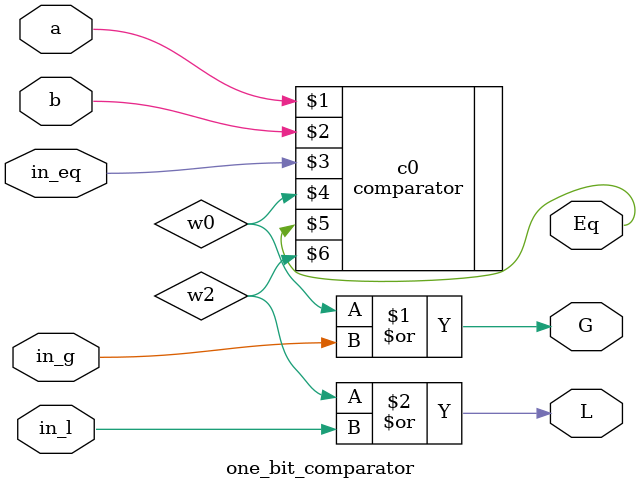
<source format=v>
`timescale 1ns / 1ps
module one_bit_comparator(
    input a,
    input b,
    input in_g,
    input in_eq,
    input in_l,
    output G,
    output Eq,
    output L
    );
	
	wire w0,w1,w2;
	comparator c0(a,b,in_eq,w0,Eq,w2);
	or o0(G,w0,in_g);
	//and a0(Eq,w1,in_eq);
	or o1(L,w2,in_l);

endmodule

</source>
